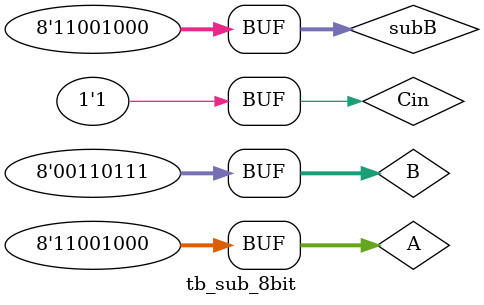
<source format=v>
`timescale 1ns / 1ps

module tb_sub_8bit;
    reg [7:0] A, B;
    reg Cin;
    wire [7:0] SUM;
    wire Cout;
    wire [7:0] subB;
    assign subB = B ^ 8'b11111111;

    rca_8 UUT (
        .A(A), .B(subB), .Cin(Cin),
        .SUM(SUM), .Cout(Cout)
    );

    initial begin
        A = 8'd100; B = 8'd28; Cin = 1;
        #10 A = 8'd255; B = 8'd1; Cin = 1;
        #10 A = 8'd50; B = 8'd100; Cin = 1;
        #10 A = 8'd200; B = 8'd55; Cin = 1;
    end
endmodule

</source>
